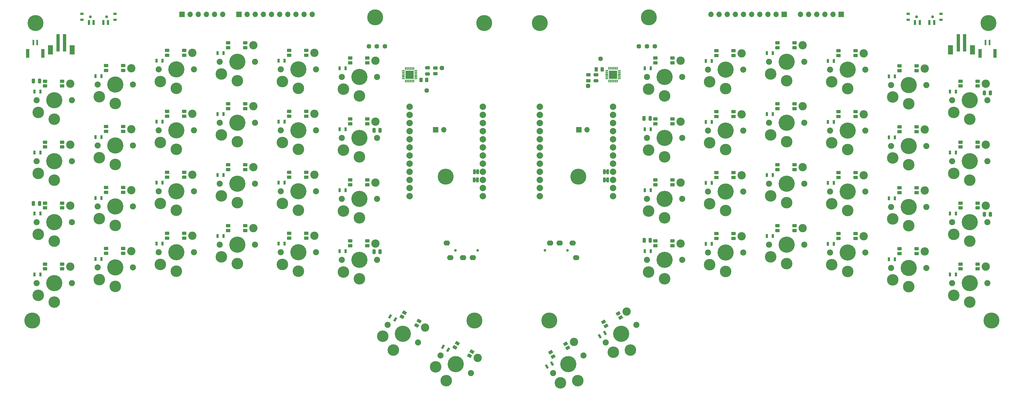
<source format=gbs>
%TF.GenerationSoftware,KiCad,Pcbnew,8.0.1*%
%TF.CreationDate,2024-03-27T08:46:20-04:00*%
%TF.ProjectId,split_keyboard,73706c69-745f-46b6-9579-626f6172642e,rev?*%
%TF.SameCoordinates,Original*%
%TF.FileFunction,Soldermask,Bot*%
%TF.FilePolarity,Negative*%
%FSLAX46Y46*%
G04 Gerber Fmt 4.6, Leading zero omitted, Abs format (unit mm)*
G04 Created by KiCad (PCBNEW 8.0.1) date 2024-03-27 08:46:20*
%MOMM*%
%LPD*%
G01*
G04 APERTURE LIST*
G04 Aperture macros list*
%AMRoundRect*
0 Rectangle with rounded corners*
0 $1 Rounding radius*
0 $2 $3 $4 $5 $6 $7 $8 $9 X,Y pos of 4 corners*
0 Add a 4 corners polygon primitive as box body*
4,1,4,$2,$3,$4,$5,$6,$7,$8,$9,$2,$3,0*
0 Add four circle primitives for the rounded corners*
1,1,$1+$1,$2,$3*
1,1,$1+$1,$4,$5*
1,1,$1+$1,$6,$7*
1,1,$1+$1,$8,$9*
0 Add four rect primitives between the rounded corners*
20,1,$1+$1,$2,$3,$4,$5,0*
20,1,$1+$1,$4,$5,$6,$7,0*
20,1,$1+$1,$6,$7,$8,$9,0*
20,1,$1+$1,$8,$9,$2,$3,0*%
%AMRotRect*
0 Rectangle, with rotation*
0 The origin of the aperture is its center*
0 $1 length*
0 $2 width*
0 $3 Rotation angle, in degrees counterclockwise*
0 Add horizontal line*
21,1,$1,$2,0,0,$3*%
G04 Aperture macros list end*
%ADD10C,0.000000*%
%ADD11RoundRect,0.050800X0.600000X0.450000X-0.600000X0.450000X-0.600000X-0.450000X0.600000X-0.450000X0*%
%ADD12C,2.900000*%
%ADD13C,5.000000*%
%ADD14RoundRect,0.050800X-0.600000X-0.450000X0.600000X-0.450000X0.600000X0.450000X-0.600000X0.450000X0*%
%ADD15C,1.900000*%
%ADD16C,5.050000*%
%ADD17C,2.600000*%
%ADD18C,3.600000*%
%ADD19R,1.700000X1.700000*%
%ADD20O,1.700000X1.700000*%
%ADD21RoundRect,0.050800X0.294615X0.689711X-0.744615X0.089711X-0.294615X-0.689711X0.744615X-0.089711X0*%
%ADD22RoundRect,0.050800X-0.744615X-0.089711X0.294615X-0.689711X0.744615X0.089711X-0.294615X0.689711X0*%
%ADD23C,2.000000*%
%ADD24C,0.800000*%
%ADD25O,2.000000X1.600000*%
%ADD26RoundRect,0.726600X0.000010X0.000010X-0.000010X0.000010X-0.000010X-0.000010X0.000010X-0.000010X0*%
%ADD27RoundRect,0.250000X0.450000X-0.262500X0.450000X0.262500X-0.450000X0.262500X-0.450000X-0.262500X0*%
%ADD28RotRect,0.700000X1.300000X150.000000*%
%ADD29R,0.700000X1.300000*%
%ADD30RoundRect,0.250000X0.250000X0.475000X-0.250000X0.475000X-0.250000X-0.475000X0.250000X-0.475000X0*%
%ADD31R,1.000000X2.800000*%
%ADD32R,0.600000X1.800000*%
%ADD33C,0.900000*%
%ADD34R,0.700000X1.500000*%
%ADD35R,1.000000X0.800000*%
%ADD36RoundRect,0.250000X-0.250000X-0.475000X0.250000X-0.475000X0.250000X0.475000X-0.250000X0.475000X0*%
%ADD37R,0.300000X0.850000*%
%ADD38R,0.850000X0.300000*%
%ADD39R,2.550000X2.550000*%
%ADD40RoundRect,0.101600X-0.330200X-0.635000X0.330200X-0.635000X0.330200X0.635000X-0.330200X0.635000X0*%
%ADD41R,1.600000X3.000000*%
%ADD42R,1.000000X5.500000*%
%ADD43RoundRect,0.250000X-0.475000X0.250000X-0.475000X-0.250000X0.475000X-0.250000X0.475000X0.250000X0*%
%ADD44RotRect,0.700000X1.300000X210.000000*%
%ADD45RoundRect,0.250000X-0.450000X0.262500X-0.450000X-0.262500X0.450000X-0.262500X0.450000X0.262500X0*%
%ADD46RoundRect,0.250000X0.475000X-0.250000X0.475000X0.250000X-0.475000X0.250000X-0.475000X-0.250000X0*%
%ADD47RoundRect,0.250000X0.262500X0.450000X-0.262500X0.450000X-0.262500X-0.450000X0.262500X-0.450000X0*%
%ADD48RoundRect,0.250000X-0.262500X-0.450000X0.262500X-0.450000X0.262500X0.450000X-0.262500X0.450000X0*%
G04 APERTURE END LIST*
D10*
%TO.C,L_JP3*%
G36*
X176618900Y-70344500D02*
G01*
X176110900Y-70344500D01*
X176110900Y-69863500D01*
X176618900Y-69863500D01*
X176618900Y-70344500D01*
G37*
%TO.C,R_JP4*%
G36*
X217258900Y-67804500D02*
G01*
X216750900Y-67804500D01*
X216750900Y-67323500D01*
X217258900Y-67323500D01*
X217258900Y-67804500D01*
G37*
%TO.C,L_JP4*%
G36*
X176682400Y-67804500D02*
G01*
X176174400Y-67804500D01*
X176174400Y-67323500D01*
X176682400Y-67323500D01*
X176682400Y-67804500D01*
G37*
%TO.C,R_JP3*%
G36*
X217258900Y-70344500D02*
G01*
X216750900Y-70344500D01*
X216750900Y-69863500D01*
X217258900Y-69863500D01*
X217258900Y-70344500D01*
G37*
%TD*%
D11*
%TO.C,L_LED15*%
X99050000Y-65375000D03*
X99050000Y-66875000D03*
X104350000Y-66875000D03*
X104350000Y-65375000D03*
%TD*%
D12*
%TO.C,H_L3*%
X178963193Y-21100931D03*
D13*
X178963193Y-21100931D03*
%TD*%
D14*
%TO.C,L_LED8*%
X66250000Y-54968750D03*
X66250000Y-53468750D03*
X60950000Y-53468750D03*
X60950000Y-54968750D03*
%TD*%
D15*
%TO.C,L_SW23*%
X115470000Y-92756250D03*
D16*
X120970000Y-92756250D03*
D17*
X125970000Y-87606250D03*
D15*
X126470000Y-92756250D03*
D18*
X120970000Y-98656250D03*
X115970000Y-96556250D03*
%TD*%
D15*
%TO.C,L_SW2*%
X115470000Y-35606250D03*
D16*
X120970000Y-35606250D03*
D17*
X125970000Y-30456250D03*
D15*
X126470000Y-35606250D03*
D18*
X120970000Y-41506250D03*
X115970000Y-39406250D03*
%TD*%
D14*
%TO.C,L_LED24*%
X142450000Y-90687500D03*
X142450000Y-89187500D03*
X137150000Y-89187500D03*
X137150000Y-90687500D03*
%TD*%
D12*
%TO.C,H_L4*%
X166963193Y-69100931D03*
D13*
X166963193Y-69100931D03*
%TD*%
D15*
%TO.C,L_SW12*%
X134520000Y-57037500D03*
D16*
X140020000Y-57037500D03*
D17*
X145020000Y-51887500D03*
D15*
X145520000Y-57037500D03*
D18*
X140020000Y-62937500D03*
X135020000Y-60837500D03*
%TD*%
D15*
%TO.C,L_SW19*%
X39270000Y-102376500D03*
D16*
X44770000Y-102376500D03*
D17*
X49770000Y-97226500D03*
D15*
X50270000Y-102376500D03*
D18*
X44770000Y-108276500D03*
X39770000Y-106176500D03*
%TD*%
D11*
%TO.C,R_LED23*%
X251450000Y-86901500D03*
X251450000Y-88401500D03*
X256750000Y-88401500D03*
X256750000Y-86901500D03*
%TD*%
D15*
%TO.C,R_SW19*%
X325020000Y-102376500D03*
D16*
X330520000Y-102376500D03*
D17*
X335520000Y-97226500D03*
D15*
X336020000Y-102376500D03*
D18*
X330520000Y-108276500D03*
X325520000Y-106176500D03*
%TD*%
D15*
%TO.C,L_SW11*%
X115470000Y-54656250D03*
D16*
X120970000Y-54656250D03*
D17*
X125970000Y-49506250D03*
D15*
X126470000Y-54656250D03*
D18*
X120970000Y-60556250D03*
X115970000Y-58456250D03*
%TD*%
D15*
%TO.C,R_SW5*%
X305970000Y-40464000D03*
D16*
X311470000Y-40464000D03*
D17*
X316470000Y-35314000D03*
D15*
X316970000Y-40464000D03*
D18*
X311470000Y-46364000D03*
X306470000Y-44264000D03*
%TD*%
D15*
%TO.C,L_SW4*%
X77370000Y-35606250D03*
D16*
X82870000Y-35606250D03*
D17*
X87870000Y-30456250D03*
D15*
X88370000Y-35606250D03*
D18*
X82870000Y-41506250D03*
X77870000Y-39406250D03*
%TD*%
D19*
%TO.C,L_IOExp_Pinout1*%
X84698971Y-18378012D03*
D20*
X87238971Y-18378012D03*
X89778971Y-18378012D03*
X92318971Y-18378012D03*
X94858971Y-18378012D03*
X97398971Y-18378012D03*
%TD*%
D19*
%TO.C,R_IOExp_Pinout1*%
X290365119Y-18379491D03*
D20*
X287825119Y-18379491D03*
X285285119Y-18379491D03*
X282745119Y-18379491D03*
X280205119Y-18379491D03*
X277665119Y-18379491D03*
%TD*%
D15*
%TO.C,L_SW16*%
X77370000Y-73706250D03*
D16*
X82870000Y-73706250D03*
D17*
X87870000Y-68556250D03*
D15*
X88370000Y-73706250D03*
D18*
X82870000Y-79606250D03*
X77870000Y-77506250D03*
%TD*%
D14*
%TO.C,R_LED14*%
X256750000Y-69351500D03*
X256750000Y-67851500D03*
X251450000Y-67851500D03*
X251450000Y-69351500D03*
%TD*%
D12*
%TO.C,H_L5*%
X175963193Y-114100931D03*
D13*
X175963193Y-114100931D03*
%TD*%
D15*
%TO.C,R_SW22*%
X267870000Y-90375000D03*
D16*
X273370000Y-90375000D03*
D17*
X278370000Y-85225000D03*
D15*
X278870000Y-90375000D03*
D18*
X273370000Y-96275000D03*
X268370000Y-94175000D03*
%TD*%
D15*
%TO.C,L_SW18*%
X39270000Y-83326500D03*
D16*
X44770000Y-83326500D03*
D17*
X49770000Y-78176500D03*
D15*
X50270000Y-83326500D03*
D18*
X44770000Y-89226500D03*
X39770000Y-87126500D03*
%TD*%
D12*
%TO.C,H_L1*%
X37963193Y-114100931D03*
D13*
X37963193Y-114100931D03*
%TD*%
D21*
%TO.C,R_LED26*%
X199757879Y-124018165D03*
X200507879Y-125317203D03*
X205097813Y-122667203D03*
X204347813Y-121368165D03*
%TD*%
D15*
%TO.C,L_SW24*%
X134520000Y-95137500D03*
D16*
X140020000Y-95137500D03*
D17*
X145020000Y-89987500D03*
D15*
X145520000Y-95137500D03*
D18*
X140020000Y-101037500D03*
X135020000Y-98937500D03*
%TD*%
D15*
%TO.C,R_SW25*%
X216939832Y-120961016D03*
D16*
X221702971Y-118211016D03*
D17*
X223458098Y-111250985D03*
D15*
X226466111Y-115461016D03*
D18*
X224652971Y-123320566D03*
X219272844Y-124001913D03*
%TD*%
D15*
%TO.C,R_SW11*%
X248820000Y-54751499D03*
D16*
X254320000Y-54751499D03*
D17*
X259320000Y-49601499D03*
D15*
X259820000Y-54751499D03*
D18*
X254320000Y-60651499D03*
X249320000Y-58551499D03*
%TD*%
D11*
%TO.C,R_LED22*%
X270500000Y-84425000D03*
X270500000Y-85925000D03*
X275800000Y-85925000D03*
X275800000Y-84425000D03*
%TD*%
%TO.C,R_LED8*%
X308600000Y-53564000D03*
X308600000Y-55064000D03*
X313900000Y-55064000D03*
X313900000Y-53564000D03*
%TD*%
D22*
%TO.C,L_LED26*%
X174412155Y-125094246D03*
X175162155Y-123795208D03*
X170572221Y-121145208D03*
X169822221Y-122444246D03*
%TD*%
D19*
%TO.C,R_S3_Pinout1*%
X272585119Y-18379491D03*
D20*
X270045119Y-18379491D03*
X267505119Y-18379491D03*
X264965119Y-18379491D03*
X262425119Y-18379491D03*
X259885119Y-18379491D03*
X257345119Y-18379491D03*
X254805119Y-18379491D03*
X252265119Y-18379491D03*
X249725119Y-18379491D03*
%TD*%
D15*
%TO.C,L_SW13*%
X134520000Y-76087500D03*
D16*
X140020000Y-76087500D03*
D17*
X145020000Y-70937500D03*
D15*
X145520000Y-76087500D03*
D18*
X140020000Y-81987500D03*
X135020000Y-79887500D03*
%TD*%
D15*
%TO.C,R_SW21*%
X286920000Y-92851500D03*
D16*
X292420000Y-92851500D03*
D17*
X297420000Y-87701500D03*
D15*
X297920000Y-92851500D03*
D18*
X292420000Y-98751500D03*
X287420000Y-96651500D03*
%TD*%
D23*
%TO.C,L_T-Display-S3*%
X155700136Y-75184000D03*
X155700136Y-72644000D03*
X155700136Y-70104000D03*
X155700136Y-67564000D03*
X155700136Y-65024000D03*
X155700136Y-62484000D03*
X155700136Y-59944000D03*
X155700136Y-57404000D03*
X155700136Y-54864000D03*
X155700136Y-52324000D03*
X155700136Y-49784000D03*
X155700136Y-47244000D03*
X178562000Y-75184000D03*
X178562000Y-72644000D03*
X178562000Y-70104000D03*
X178562000Y-67564000D03*
X178562000Y-65024000D03*
X178562000Y-62484000D03*
X178562000Y-59944000D03*
X178562000Y-57404000D03*
X178562000Y-54864000D03*
X178562000Y-52324000D03*
X178562000Y-49784000D03*
X178562000Y-47244000D03*
%TD*%
D11*
%TO.C,L_LED16*%
X80000000Y-67756250D03*
X80000000Y-69256250D03*
X85300000Y-69256250D03*
X85300000Y-67756250D03*
%TD*%
D12*
%TO.C,H_R3*%
X196337892Y-21103888D03*
D13*
X196337892Y-21103888D03*
%TD*%
D15*
%TO.C,R_SW20*%
X305970000Y-97614000D03*
D16*
X311470000Y-97614000D03*
D17*
X316470000Y-92464000D03*
D15*
X316970000Y-97614000D03*
D18*
X311470000Y-103514000D03*
X306470000Y-101414000D03*
%TD*%
D14*
%TO.C,L_LED12*%
X142450000Y-52587500D03*
X142450000Y-51087500D03*
X137150000Y-51087500D03*
X137150000Y-52587500D03*
%TD*%
D11*
%TO.C,R_LED7*%
X327650000Y-58326500D03*
X327650000Y-59826500D03*
X332950000Y-59826500D03*
X332950000Y-58326500D03*
%TD*%
D15*
%TO.C,L_SW20*%
X58320000Y-97518750D03*
D16*
X63820000Y-97518750D03*
D17*
X68820000Y-92368750D03*
D15*
X69320000Y-97518750D03*
D18*
X63820000Y-103418750D03*
X58820000Y-101318750D03*
%TD*%
D11*
%TO.C,L_LED1*%
X137150000Y-32037500D03*
X137150000Y-33537500D03*
X142450000Y-33537500D03*
X142450000Y-32037500D03*
%TD*%
D15*
%TO.C,L_SW22*%
X96420000Y-90375000D03*
D16*
X101920000Y-90375000D03*
D17*
X106920000Y-85225000D03*
D15*
X107420000Y-90375000D03*
D18*
X101920000Y-96275000D03*
X96920000Y-94175000D03*
%TD*%
D11*
%TO.C,R_LED24*%
X232400000Y-89187500D03*
X232400000Y-90687500D03*
X237700000Y-90687500D03*
X237700000Y-89187500D03*
%TD*%
D15*
%TO.C,L_SW15*%
X96420000Y-71325000D03*
D16*
X101920000Y-71325000D03*
D17*
X106920000Y-66175000D03*
D15*
X107420000Y-71325000D03*
D18*
X101920000Y-77225000D03*
X96920000Y-75125000D03*
%TD*%
D14*
%TO.C,L_LED9*%
X85300000Y-50206250D03*
X85300000Y-48706250D03*
X80000000Y-48706250D03*
X80000000Y-50206250D03*
%TD*%
D11*
%TO.C,R_LED21*%
X289550000Y-86901500D03*
X289550000Y-88401500D03*
X294850000Y-88401500D03*
X294850000Y-86901500D03*
%TD*%
D14*
%TO.C,R_LED15*%
X275800000Y-66875000D03*
X275800000Y-65375000D03*
X270500000Y-65375000D03*
X270500000Y-66875000D03*
%TD*%
D15*
%TO.C,L_SW3*%
X96420000Y-33225000D03*
D16*
X101920000Y-33225000D03*
D17*
X106920000Y-28075000D03*
D15*
X107420000Y-33225000D03*
D18*
X101920000Y-39125000D03*
X96920000Y-37025000D03*
%TD*%
D12*
%TO.C,H_R5*%
X199337892Y-114103888D03*
D13*
X199337892Y-114103888D03*
%TD*%
D15*
%TO.C,L_SW17*%
X58320000Y-78468750D03*
D16*
X63820000Y-78468750D03*
D17*
X68820000Y-73318750D03*
D15*
X69320000Y-78468750D03*
D18*
X63820000Y-84368750D03*
X58820000Y-82268750D03*
%TD*%
D14*
%TO.C,L_LED22*%
X104350000Y-85925000D03*
X104350000Y-84425000D03*
X99050000Y-84425000D03*
X99050000Y-85925000D03*
%TD*%
D11*
%TO.C,L_LED3*%
X99050000Y-27275000D03*
X99050000Y-28775000D03*
X104350000Y-28775000D03*
X104350000Y-27275000D03*
%TD*%
D14*
%TO.C,L_LED11*%
X123400000Y-50206250D03*
X123400000Y-48706250D03*
X118100000Y-48706250D03*
X118100000Y-50206250D03*
%TD*%
D23*
%TO.C,R_T-Display-S3*%
X196347071Y-75181116D03*
X196347071Y-72641116D03*
X196347071Y-70101116D03*
X196347071Y-67561116D03*
X196347071Y-65021116D03*
X196347071Y-62481116D03*
X196347071Y-59941116D03*
X196347071Y-57401116D03*
X196347071Y-54861116D03*
X196347071Y-52321116D03*
X196347071Y-49781116D03*
X196347071Y-47241116D03*
X219208935Y-75181116D03*
X219208935Y-72641116D03*
X219208935Y-70101116D03*
X219208935Y-67561116D03*
X219208935Y-65021116D03*
X219208935Y-62481116D03*
X219208935Y-59941116D03*
X219208935Y-57401116D03*
X219208935Y-54861116D03*
X219208935Y-52321116D03*
X219208935Y-49781116D03*
X219208935Y-47241116D03*
%TD*%
D15*
%TO.C,R_SW12*%
X229770000Y-57037500D03*
D16*
X235270000Y-57037500D03*
D17*
X240270000Y-51887500D03*
D15*
X240770000Y-57037500D03*
D18*
X235270000Y-62937500D03*
X230270000Y-60837500D03*
%TD*%
D15*
%TO.C,R_SW16*%
X286920000Y-73801500D03*
D16*
X292420000Y-73801500D03*
D17*
X297420000Y-68651500D03*
D15*
X297920000Y-73801500D03*
D18*
X292420000Y-79701500D03*
X287420000Y-77601500D03*
%TD*%
D15*
%TO.C,R_SW24*%
X229770000Y-95137500D03*
D16*
X235270000Y-95137500D03*
D17*
X240270000Y-89987500D03*
D15*
X240770000Y-95137500D03*
D18*
X235270000Y-101037500D03*
X230270000Y-98937500D03*
%TD*%
D15*
%TO.C,L_SW7*%
X39270000Y-64276500D03*
D16*
X44770000Y-64276500D03*
D17*
X49770000Y-59126500D03*
D15*
X50270000Y-64276500D03*
D18*
X44770000Y-70176500D03*
X39770000Y-68076500D03*
%TD*%
D12*
%TO.C,H_R1*%
X337337892Y-114103888D03*
D13*
X337337892Y-114103888D03*
%TD*%
D11*
%TO.C,L_LED2*%
X118100000Y-29656250D03*
X118100000Y-31156250D03*
X123400000Y-31156250D03*
X123400000Y-29656250D03*
%TD*%
D15*
%TO.C,R_SW15*%
X267870000Y-71325000D03*
D16*
X273370000Y-71325000D03*
D17*
X278370000Y-66175000D03*
D15*
X278870000Y-71325000D03*
D18*
X273370000Y-77225000D03*
X268370000Y-75125000D03*
%TD*%
D11*
%TO.C,L_LED13*%
X137150000Y-70137500D03*
X137150000Y-71637500D03*
X142450000Y-71637500D03*
X142450000Y-70137500D03*
%TD*%
D15*
%TO.C,R_SW4*%
X286920000Y-35701500D03*
D16*
X292420000Y-35701500D03*
D17*
X297420000Y-30551500D03*
D15*
X297920000Y-35701500D03*
D18*
X292420000Y-41601500D03*
X287420000Y-39501500D03*
%TD*%
D19*
%TO.C,R_BAT_EXT2*%
X208534000Y-54508400D03*
D20*
X211074000Y-54508400D03*
%TD*%
D15*
%TO.C,R_SW2*%
X248820000Y-35701500D03*
D16*
X254320000Y-35701500D03*
D17*
X259320000Y-30551500D03*
D15*
X259820000Y-35701500D03*
D18*
X254320000Y-41601500D03*
X249320000Y-39501500D03*
%TD*%
D11*
%TO.C,L_LED18*%
X41900000Y-77376500D03*
X41900000Y-78876500D03*
X47200000Y-78876500D03*
X47200000Y-77376500D03*
%TD*%
D15*
%TO.C,L_SW8*%
X58320000Y-59418750D03*
D16*
X63820000Y-59418750D03*
D17*
X68820000Y-54268750D03*
D15*
X69320000Y-59418750D03*
D18*
X63820000Y-65318750D03*
X58820000Y-63218750D03*
%TD*%
D15*
%TO.C,R_SW7*%
X325020000Y-64276500D03*
D16*
X330520000Y-64276500D03*
D17*
X335520000Y-59126500D03*
D15*
X336020000Y-64276500D03*
D18*
X330520000Y-70176500D03*
X325520000Y-68076500D03*
%TD*%
D11*
%TO.C,R_LED11*%
X251450000Y-48801499D03*
X251450000Y-50301499D03*
X256750000Y-50301499D03*
X256750000Y-48801499D03*
%TD*%
D14*
%TO.C,R_LED2*%
X256750000Y-31251500D03*
X256750000Y-29751500D03*
X251450000Y-29751500D03*
X251450000Y-31251500D03*
%TD*%
%TO.C,R_LED16*%
X294850000Y-69351500D03*
X294850000Y-67851500D03*
X289550000Y-67851500D03*
X289550000Y-69351500D03*
%TD*%
%TO.C,L_LED10*%
X104350000Y-47825000D03*
X104350000Y-46325000D03*
X99050000Y-46325000D03*
X99050000Y-47825000D03*
%TD*%
%TO.C,L_LED7*%
X47200000Y-59826500D03*
X47200000Y-58326500D03*
X41900000Y-58326500D03*
X41900000Y-59826500D03*
%TD*%
D24*
%TO.C,R_TRRS1*%
X197947071Y-92161116D03*
X204947071Y-92161116D03*
D25*
X207647071Y-94461116D03*
X206547071Y-89861116D03*
X202547071Y-89861116D03*
X199547071Y-89861116D03*
%TD*%
D14*
%TO.C,R_LED3*%
X275800000Y-28775000D03*
X275800000Y-27275000D03*
X270500000Y-27275000D03*
X270500000Y-28775000D03*
%TD*%
D11*
%TO.C,L_LED4*%
X80000000Y-29656250D03*
X80000000Y-31156250D03*
X85300000Y-31156250D03*
X85300000Y-29656250D03*
%TD*%
D15*
%TO.C,R_SW3*%
X267870000Y-33225000D03*
D16*
X273370000Y-33225000D03*
D17*
X278370000Y-28075000D03*
D15*
X278870000Y-33225000D03*
D18*
X273370000Y-39125000D03*
X268370000Y-37025000D03*
%TD*%
D15*
%TO.C,R_SW9*%
X286920000Y-54751499D03*
D16*
X292420000Y-54751499D03*
D17*
X297420000Y-49601499D03*
D15*
X297920000Y-54751499D03*
D18*
X292420000Y-60651499D03*
X287420000Y-58551499D03*
%TD*%
D12*
%TO.C,H_R6*%
X230337892Y-19353888D03*
D13*
X230337892Y-19353888D03*
%TD*%
D15*
%TO.C,R_SW10*%
X267870000Y-52275000D03*
D16*
X273370000Y-52275000D03*
D17*
X278370000Y-47125000D03*
D15*
X278870000Y-52275000D03*
D18*
X273370000Y-58175000D03*
X268370000Y-56075000D03*
%TD*%
D15*
%TO.C,L_SW25*%
X148821791Y-115458059D03*
D16*
X153584930Y-118208059D03*
D17*
X160490057Y-116248028D03*
D15*
X158348070Y-120958059D03*
D18*
X150634930Y-123317609D03*
X147354803Y-118998956D03*
%TD*%
D11*
%TO.C,L_LED5*%
X60950000Y-34418750D03*
X60950000Y-35918750D03*
X66250000Y-35918750D03*
X66250000Y-34418750D03*
%TD*%
D15*
%TO.C,R_SW6*%
X325020000Y-45226500D03*
D16*
X330520000Y-45226500D03*
D17*
X335520000Y-40076500D03*
D15*
X336020000Y-45226500D03*
D18*
X330520000Y-51126500D03*
X325520000Y-49026500D03*
%TD*%
D11*
%TO.C,R_LED20*%
X308600000Y-91664000D03*
X308600000Y-93164000D03*
X313900000Y-93164000D03*
X313900000Y-91664000D03*
%TD*%
D19*
%TO.C,L_BAT_EXT2*%
X163825000Y-54508400D03*
D20*
X166365000Y-54508400D03*
%TD*%
D12*
%TO.C,H_L6*%
X144963193Y-19350931D03*
D13*
X144963193Y-19350931D03*
%TD*%
D15*
%TO.C,L_SW9*%
X77370000Y-54656250D03*
D16*
X82870000Y-54656250D03*
D17*
X87870000Y-49506250D03*
D15*
X88370000Y-54656250D03*
D18*
X82870000Y-60556250D03*
X77870000Y-58456250D03*
%TD*%
D14*
%TO.C,L_LED19*%
X47200000Y-97926500D03*
X47200000Y-96426500D03*
X41900000Y-96426500D03*
X41900000Y-97926500D03*
%TD*%
%TO.C,L_LED21*%
X85300000Y-88306250D03*
X85300000Y-86806250D03*
X80000000Y-86806250D03*
X80000000Y-88306250D03*
%TD*%
D21*
%TO.C,R_LED25*%
X216242479Y-114493165D03*
X216992479Y-115792203D03*
X221582413Y-113142203D03*
X220832413Y-111843165D03*
%TD*%
D15*
%TO.C,L_SW14*%
X115470000Y-73706250D03*
D16*
X120970000Y-73706250D03*
D17*
X125970000Y-68556250D03*
D15*
X126470000Y-73706250D03*
D18*
X120970000Y-79606250D03*
X115970000Y-77506250D03*
%TD*%
D15*
%TO.C,L_SW6*%
X39270000Y-45226500D03*
D16*
X44770000Y-45226500D03*
D17*
X49770000Y-40076500D03*
D15*
X50270000Y-45226500D03*
D18*
X44770000Y-51126500D03*
X39770000Y-49026500D03*
%TD*%
D15*
%TO.C,R_SW14*%
X248820000Y-73801500D03*
D16*
X254320000Y-73801500D03*
D17*
X259320000Y-68651500D03*
D15*
X259820000Y-73801500D03*
D18*
X254320000Y-79701500D03*
X249320000Y-77601500D03*
%TD*%
D24*
%TO.C,TRRS_L1*%
X176985971Y-92159637D03*
X169985971Y-92159637D03*
D25*
X167285971Y-89859637D03*
X168385971Y-94459637D03*
X172385971Y-94459637D03*
X175385971Y-94459637D03*
%TD*%
D14*
%TO.C,R_LED17*%
X313900000Y-74114000D03*
X313900000Y-72614000D03*
X308600000Y-72614000D03*
X308600000Y-74114000D03*
%TD*%
D15*
%TO.C,R_SW18*%
X325020000Y-83326500D03*
D16*
X330520000Y-83326500D03*
D17*
X335520000Y-78176500D03*
D15*
X336020000Y-83326500D03*
D18*
X330520000Y-89226500D03*
X325520000Y-87126500D03*
%TD*%
D11*
%TO.C,R_LED9*%
X289550000Y-48801499D03*
X289550000Y-50301499D03*
X294850000Y-50301499D03*
X294850000Y-48801499D03*
%TD*%
%TO.C,R_LED12*%
X232400000Y-51087500D03*
X232400000Y-52587500D03*
X237700000Y-52587500D03*
X237700000Y-51087500D03*
%TD*%
D14*
%TO.C,R_LED4*%
X294850000Y-31251500D03*
X294850000Y-29751500D03*
X289550000Y-29751500D03*
X289550000Y-31251500D03*
%TD*%
%TO.C,R_LED13*%
X237700000Y-71637500D03*
X237700000Y-70137500D03*
X232400000Y-70137500D03*
X232400000Y-71637500D03*
%TD*%
%TO.C,R_LED1*%
X237700000Y-33537500D03*
X237700000Y-32037500D03*
X232400000Y-32037500D03*
X232400000Y-33537500D03*
%TD*%
D15*
%TO.C,L_SW10*%
X96420000Y-52275000D03*
D16*
X101920000Y-52275000D03*
D17*
X106920000Y-47125000D03*
D15*
X107420000Y-52275000D03*
D18*
X101920000Y-58175000D03*
X96920000Y-56075000D03*
%TD*%
D14*
%TO.C,L_LED23*%
X123400000Y-88306250D03*
X123400000Y-86806250D03*
X118100000Y-86806250D03*
X118100000Y-88306250D03*
%TD*%
D15*
%TO.C,R_SW23*%
X248820000Y-92851500D03*
D16*
X254320000Y-92851500D03*
D17*
X259320000Y-87701500D03*
D15*
X259820000Y-92851500D03*
D18*
X254320000Y-98751500D03*
X249320000Y-96651500D03*
%TD*%
D19*
%TO.C,L_S3_Pinout1*%
X102478971Y-18378012D03*
D20*
X105018971Y-18378012D03*
X107558971Y-18378012D03*
X110098971Y-18378012D03*
X112638971Y-18378012D03*
X115178971Y-18378012D03*
X117718971Y-18378012D03*
X120258971Y-18378012D03*
X122798971Y-18378012D03*
X125338971Y-18378012D03*
%TD*%
D15*
%TO.C,R_SW26*%
X200455232Y-130486016D03*
D16*
X205218371Y-127736016D03*
D17*
X206973498Y-120775985D03*
D15*
X209981511Y-124986016D03*
D18*
X208168371Y-132845566D03*
X202788244Y-133526913D03*
%TD*%
D15*
%TO.C,R_SW1*%
X229770000Y-37987500D03*
D16*
X235270000Y-37987500D03*
D17*
X240270000Y-32837500D03*
D15*
X240770000Y-37987500D03*
D18*
X235270000Y-43887500D03*
X230270000Y-41787500D03*
%TD*%
D15*
%TO.C,L_SW1*%
X134520000Y-37987500D03*
D16*
X140020000Y-37987500D03*
D17*
X145020000Y-32837500D03*
D15*
X145520000Y-37987500D03*
D18*
X140020000Y-43887500D03*
X135020000Y-41787500D03*
%TD*%
D15*
%TO.C,R_SW8*%
X305970000Y-59514000D03*
D16*
X311470000Y-59514000D03*
D17*
X316470000Y-54364000D03*
D15*
X316970000Y-59514000D03*
D18*
X311470000Y-65414000D03*
X306470000Y-63314000D03*
%TD*%
D12*
%TO.C,H_R2*%
X336337892Y-21103888D03*
D13*
X336337892Y-21103888D03*
%TD*%
D14*
%TO.C,R_LED6*%
X332950000Y-40776500D03*
X332950000Y-39276500D03*
X327650000Y-39276500D03*
X327650000Y-40776500D03*
%TD*%
D15*
%TO.C,L_SW5*%
X58320000Y-40368750D03*
D16*
X63820000Y-40368750D03*
D17*
X68820000Y-35218750D03*
D15*
X69320000Y-40368750D03*
D18*
X63820000Y-46268750D03*
X58820000Y-44168750D03*
%TD*%
D12*
%TO.C,H_L2*%
X38963193Y-21100931D03*
D13*
X38963193Y-21100931D03*
%TD*%
D11*
%TO.C,R_LED10*%
X270500000Y-46325000D03*
X270500000Y-47825000D03*
X275800000Y-47825000D03*
X275800000Y-46325000D03*
%TD*%
D15*
%TO.C,R_SW17*%
X305970000Y-78564000D03*
D16*
X311470000Y-78564000D03*
D17*
X316470000Y-73414000D03*
D15*
X316970000Y-78564000D03*
D18*
X311470000Y-84464000D03*
X306470000Y-82364000D03*
%TD*%
D22*
%TO.C,L_LED25*%
X157914371Y-115569246D03*
X158664371Y-114270208D03*
X154074437Y-111620208D03*
X153324437Y-112919246D03*
%TD*%
D14*
%TO.C,L_LED20*%
X66250000Y-93068750D03*
X66250000Y-91568750D03*
X60950000Y-91568750D03*
X60950000Y-93068750D03*
%TD*%
D12*
%TO.C,H_R4*%
X208337892Y-69103888D03*
D13*
X208337892Y-69103888D03*
%TD*%
D11*
%TO.C,R_LED19*%
X327650000Y-96426500D03*
X327650000Y-97926500D03*
X332950000Y-97926500D03*
X332950000Y-96426500D03*
%TD*%
%TO.C,L_LED17*%
X60950000Y-72518750D03*
X60950000Y-74018750D03*
X66250000Y-74018750D03*
X66250000Y-72518750D03*
%TD*%
D15*
%TO.C,L_SW26*%
X165319575Y-124983059D03*
D16*
X170082714Y-127733059D03*
D17*
X176987841Y-125773028D03*
D15*
X174845854Y-130483059D03*
D18*
X167132714Y-132842609D03*
X163852587Y-128523956D03*
%TD*%
D11*
%TO.C,L_LED14*%
X118100000Y-67756250D03*
X118100000Y-69256250D03*
X123400000Y-69256250D03*
X123400000Y-67756250D03*
%TD*%
D14*
%TO.C,R_LED18*%
X332950000Y-78876500D03*
X332950000Y-77376500D03*
X327650000Y-77376500D03*
X327650000Y-78876500D03*
%TD*%
D15*
%TO.C,R_SW13*%
X229770000Y-76087500D03*
D16*
X235270000Y-76087500D03*
D17*
X240270000Y-70937500D03*
D15*
X240770000Y-76087500D03*
D18*
X235270000Y-81987500D03*
X230270000Y-79887500D03*
%TD*%
D14*
%TO.C,R_LED5*%
X313900000Y-36014000D03*
X313900000Y-34514000D03*
X308600000Y-34514000D03*
X308600000Y-36014000D03*
%TD*%
D15*
%TO.C,L_SW21*%
X77370000Y-92756250D03*
D16*
X82870000Y-92756250D03*
D17*
X87870000Y-87606250D03*
D15*
X88370000Y-92756250D03*
D18*
X82870000Y-98656250D03*
X77870000Y-96556250D03*
%TD*%
D11*
%TO.C,L_LED6*%
X41900000Y-39276500D03*
X41900000Y-40776500D03*
X47200000Y-40776500D03*
X47200000Y-39276500D03*
%TD*%
D26*
%TO.C,R_TP_RST1*%
X211429600Y-40792400D03*
%TD*%
D27*
%TO.C,L_R2*%
X163703000Y-36980500D03*
X163703000Y-35155500D03*
%TD*%
D28*
%TO.C,L_D26*%
X167734786Y-123259791D03*
X166089338Y-122309791D03*
%TD*%
D26*
%TO.C,R_TP_VCC1*%
X229744510Y-28397200D03*
%TD*%
%TO.C,L_TP_GND1*%
X148031200Y-28397200D03*
%TD*%
D29*
%TO.C,R_D17*%
X307200000Y-75864000D03*
X305300000Y-75864000D03*
%TD*%
D30*
%TO.C,R_C4*%
X230820000Y-89027000D03*
X228920000Y-89027000D03*
%TD*%
D29*
%TO.C,L_D23*%
X116700000Y-90056250D03*
X114800000Y-90056250D03*
%TD*%
D31*
%TO.C,R_BAT2*%
X333728071Y-30591991D03*
X338428071Y-30591991D03*
D32*
X335453071Y-27241991D03*
X336703071Y-27241991D03*
%TD*%
D33*
%TO.C,L_SWB1*%
X56085971Y-19159637D03*
X61085971Y-19159637D03*
D34*
X55585971Y-20909637D03*
X57085971Y-20909637D03*
X60085971Y-20909637D03*
X61585971Y-20909637D03*
D35*
X53435971Y-20124637D03*
X63735971Y-20124637D03*
X53435971Y-18194637D03*
X63735971Y-18194637D03*
%TD*%
D29*
%TO.C,R_D20*%
X307200000Y-94914000D03*
X305300000Y-94914000D03*
%TD*%
D36*
%TO.C,R_C1*%
X335092000Y-42926000D03*
X336992000Y-42926000D03*
%TD*%
%TO.C,L_C4*%
X144592000Y-92583000D03*
X146492000Y-92583000D03*
%TD*%
D29*
%TO.C,L_D13*%
X135750000Y-73387500D03*
X133850000Y-73387500D03*
%TD*%
D37*
%TO.C,L_IO1*%
X156950136Y-39194000D03*
X156450136Y-39194000D03*
X155950136Y-39194000D03*
X155450136Y-39194000D03*
X154950136Y-39194000D03*
X154450136Y-39194000D03*
D38*
X153750136Y-38494000D03*
X153750136Y-37994000D03*
X153750136Y-37494000D03*
X153750136Y-36994000D03*
X153750136Y-36494000D03*
X153750136Y-35994000D03*
D37*
X154450136Y-35294000D03*
X154950136Y-35294000D03*
X155450136Y-35294000D03*
X155950136Y-35294000D03*
X156450136Y-35294000D03*
X156950136Y-35294000D03*
D38*
X157650136Y-35994000D03*
X157650136Y-36494000D03*
X157650136Y-36994000D03*
X157650136Y-37494000D03*
X157650136Y-37994000D03*
X157650136Y-38494000D03*
D39*
X155700136Y-37244000D03*
%TD*%
D29*
%TO.C,R_D6*%
X326250000Y-42526500D03*
X324350000Y-42526500D03*
%TD*%
%TO.C,L_D7*%
X40500000Y-61576500D03*
X38600000Y-61576500D03*
%TD*%
D30*
%TO.C,R_C2*%
X230759000Y-50927000D03*
X228859000Y-50927000D03*
%TD*%
D40*
%TO.C,L_JP3*%
X175844200Y-70104000D03*
X176885600Y-70104000D03*
%TD*%
D30*
%TO.C,L_C3*%
X40193000Y-77470000D03*
X38293000Y-77470000D03*
%TD*%
D29*
%TO.C,L_D5*%
X59550000Y-37668750D03*
X57650000Y-37668750D03*
%TD*%
D37*
%TO.C,R_IO1*%
X217958935Y-35291116D03*
X218458935Y-35291116D03*
X218958935Y-35291116D03*
X219458935Y-35291116D03*
X219958935Y-35291116D03*
X220458935Y-35291116D03*
D38*
X221158935Y-35991116D03*
X221158935Y-36491116D03*
X221158935Y-36991116D03*
X221158935Y-37491116D03*
X221158935Y-37991116D03*
X221158935Y-38491116D03*
D37*
X220458935Y-39191116D03*
X219958935Y-39191116D03*
X219458935Y-39191116D03*
X218958935Y-39191116D03*
X218458935Y-39191116D03*
X217958935Y-39191116D03*
D38*
X217258935Y-38491116D03*
X217258935Y-37991116D03*
X217258935Y-37491116D03*
X217258935Y-36991116D03*
X217258935Y-36491116D03*
X217258935Y-35991116D03*
D39*
X219208935Y-37241116D03*
%TD*%
D29*
%TO.C,L_D24*%
X135750000Y-92437500D03*
X133850000Y-92437500D03*
%TD*%
%TO.C,R_D7*%
X326250000Y-61576500D03*
X324350000Y-61576500D03*
%TD*%
D36*
%TO.C,L_C2*%
X144592000Y-54610000D03*
X146492000Y-54610000D03*
%TD*%
D29*
%TO.C,L_D14*%
X116700000Y-71006250D03*
X114800000Y-71006250D03*
%TD*%
D41*
%TO.C,L_BAT1*%
X43568471Y-29510512D03*
X50368471Y-29510512D03*
D42*
X45968471Y-27260512D03*
X47968471Y-27260512D03*
%TD*%
D26*
%TO.C,R_TP_LEDOUT1*%
X227228400Y-28397200D03*
%TD*%
D29*
%TO.C,R_D1*%
X231000000Y-35287500D03*
X229100000Y-35287500D03*
%TD*%
%TO.C,R_D2*%
X250050000Y-33001500D03*
X248150000Y-33001500D03*
%TD*%
D28*
%TO.C,L_D25*%
X151237002Y-113734791D03*
X149591554Y-112784791D03*
%TD*%
D33*
%TO.C,R_SWB1*%
X313952512Y-19161116D03*
X318952512Y-19161116D03*
D34*
X313452512Y-20911116D03*
X314952512Y-20911116D03*
X317952512Y-20911116D03*
X319452512Y-20911116D03*
D35*
X311302512Y-20126116D03*
X321602512Y-20126116D03*
X311302512Y-18196116D03*
X321602512Y-18196116D03*
%TD*%
D29*
%TO.C,R_D13*%
X231000000Y-73387500D03*
X229100000Y-73387500D03*
%TD*%
%TO.C,L_D21*%
X78600000Y-90056250D03*
X76700000Y-90056250D03*
%TD*%
D31*
%TO.C,L_BAT2*%
X36503471Y-30590512D03*
X41203471Y-30590512D03*
D32*
X38228471Y-27240512D03*
X39478471Y-27240512D03*
%TD*%
D29*
%TO.C,L_D15*%
X97650000Y-68625000D03*
X95750000Y-68625000D03*
%TD*%
%TO.C,L_D11*%
X116700000Y-51956250D03*
X114800000Y-51956250D03*
%TD*%
D40*
%TO.C,R_JP4*%
X216484200Y-67564000D03*
X217525600Y-67564000D03*
%TD*%
D43*
%TO.C,R_C5*%
X213868000Y-37277000D03*
X213868000Y-39177000D03*
%TD*%
D29*
%TO.C,L_D22*%
X97650000Y-87675000D03*
X95750000Y-87675000D03*
%TD*%
%TO.C,L_D1*%
X135750000Y-35287500D03*
X133850000Y-35287500D03*
%TD*%
%TO.C,R_D23*%
X250050000Y-90151500D03*
X248150000Y-90151500D03*
%TD*%
%TO.C,R_D16*%
X288150000Y-71101500D03*
X286250000Y-71101500D03*
%TD*%
D36*
%TO.C,R_C3*%
X335092000Y-80899000D03*
X336992000Y-80899000D03*
%TD*%
D44*
%TO.C,R_D25*%
X216655043Y-118007748D03*
X215009595Y-118957748D03*
%TD*%
D29*
%TO.C,R_D4*%
X288150000Y-33001500D03*
X286250000Y-33001500D03*
%TD*%
D26*
%TO.C,L_TP_INT1*%
X161036000Y-42164000D03*
%TD*%
D29*
%TO.C,L_D10*%
X97650000Y-49575000D03*
X95750000Y-49575000D03*
%TD*%
D45*
%TO.C,R_R2*%
X211455000Y-37314500D03*
X211455000Y-39139500D03*
%TD*%
D29*
%TO.C,R_D19*%
X326250000Y-99676500D03*
X324350000Y-99676500D03*
%TD*%
%TO.C,R_D5*%
X307200000Y-37764000D03*
X305300000Y-37764000D03*
%TD*%
%TO.C,L_D18*%
X40500000Y-80626500D03*
X38600000Y-80626500D03*
%TD*%
%TO.C,L_D6*%
X40500000Y-42526500D03*
X38600000Y-42526500D03*
%TD*%
%TO.C,L_D3*%
X97650000Y-30525000D03*
X95750000Y-30525000D03*
%TD*%
%TO.C,R_D3*%
X269100000Y-30525000D03*
X267200000Y-30525000D03*
%TD*%
D46*
%TO.C,L_C5*%
X161290000Y-37018000D03*
X161290000Y-35118000D03*
%TD*%
D29*
%TO.C,R_D12*%
X231000000Y-54337500D03*
X229100000Y-54337500D03*
%TD*%
D40*
%TO.C,L_JP4*%
X175907700Y-67564000D03*
X176949100Y-67564000D03*
%TD*%
D29*
%TO.C,R_D8*%
X307200000Y-56814000D03*
X305300000Y-56814000D03*
%TD*%
%TO.C,R_D14*%
X250050000Y-71101500D03*
X248150000Y-71101500D03*
%TD*%
D26*
%TO.C,L_TP_VCC1*%
X145491200Y-28397200D03*
%TD*%
%TO.C,R_TP_GND1*%
X232260620Y-28397200D03*
%TD*%
%TO.C,L_TP_LEDOUT1*%
X143002000Y-28397200D03*
%TD*%
D29*
%TO.C,R_D10*%
X269100000Y-49575000D03*
X267200000Y-49575000D03*
%TD*%
D40*
%TO.C,R_JP3*%
X216484200Y-70104000D03*
X217525600Y-70104000D03*
%TD*%
D29*
%TO.C,L_D16*%
X78600000Y-71006250D03*
X76700000Y-71006250D03*
%TD*%
%TO.C,L_D17*%
X59550000Y-75768750D03*
X57650000Y-75768750D03*
%TD*%
%TO.C,R_D21*%
X288150000Y-90151500D03*
X286250000Y-90151500D03*
%TD*%
%TO.C,R_D11*%
X250050000Y-52051499D03*
X248150000Y-52051499D03*
%TD*%
%TO.C,L_D12*%
X135750000Y-54337500D03*
X133850000Y-54337500D03*
%TD*%
D47*
%TO.C,L_R1*%
X161059500Y-38862000D03*
X159234500Y-38862000D03*
%TD*%
D30*
%TO.C,L_C1*%
X40193000Y-39243000D03*
X38293000Y-39243000D03*
%TD*%
D26*
%TO.C,R_TP_INT1*%
X215341200Y-32258000D03*
%TD*%
D29*
%TO.C,L_D19*%
X40500000Y-99676500D03*
X38600000Y-99676500D03*
%TD*%
D41*
%TO.C,R_BAT1*%
X324566071Y-29511991D03*
X331366071Y-29511991D03*
D42*
X326966071Y-27261991D03*
X328966071Y-27261991D03*
%TD*%
D29*
%TO.C,R_D15*%
X269100000Y-68625000D03*
X267200000Y-68625000D03*
%TD*%
D44*
%TO.C,R_D26*%
X200170443Y-127532748D03*
X198524995Y-128482748D03*
%TD*%
D29*
%TO.C,R_D9*%
X288150000Y-52051499D03*
X286250000Y-52051499D03*
%TD*%
%TO.C,L_D2*%
X116700000Y-32906250D03*
X114800000Y-32906250D03*
%TD*%
%TO.C,L_D4*%
X78600000Y-32906250D03*
X76700000Y-32906250D03*
%TD*%
%TO.C,R_D24*%
X231000000Y-92437500D03*
X229100000Y-92437500D03*
%TD*%
%TO.C,L_D8*%
X59550000Y-56718750D03*
X57650000Y-56718750D03*
%TD*%
%TO.C,L_D20*%
X59550000Y-94818750D03*
X57650000Y-94818750D03*
%TD*%
D26*
%TO.C,L_TP_RST1*%
X165760400Y-35153600D03*
%TD*%
D48*
%TO.C,R_R1*%
X213971500Y-35560000D03*
X215796500Y-35560000D03*
%TD*%
D29*
%TO.C,R_D22*%
X269100000Y-87675000D03*
X267200000Y-87675000D03*
%TD*%
%TO.C,R_D18*%
X326250000Y-80626500D03*
X324350000Y-80626500D03*
%TD*%
%TO.C,L_D9*%
X78600000Y-51956250D03*
X76700000Y-51956250D03*
%TD*%
M02*

</source>
